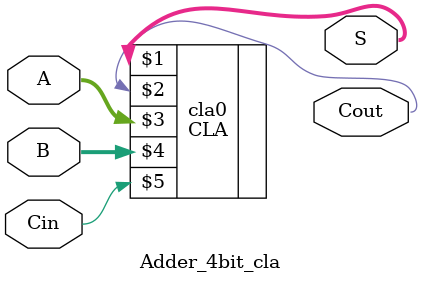
<source format=v>
module Adder_4bit_cla(A,B,Cin,S,Cout); 
  input [3:0]A; 
  input [3:0]B; 
  input Cin; 
  output [3:0]S; 
  output Cout;  

  CLA cla0(S,Cout,A,B,Cin);
  
endmodule 
</source>
